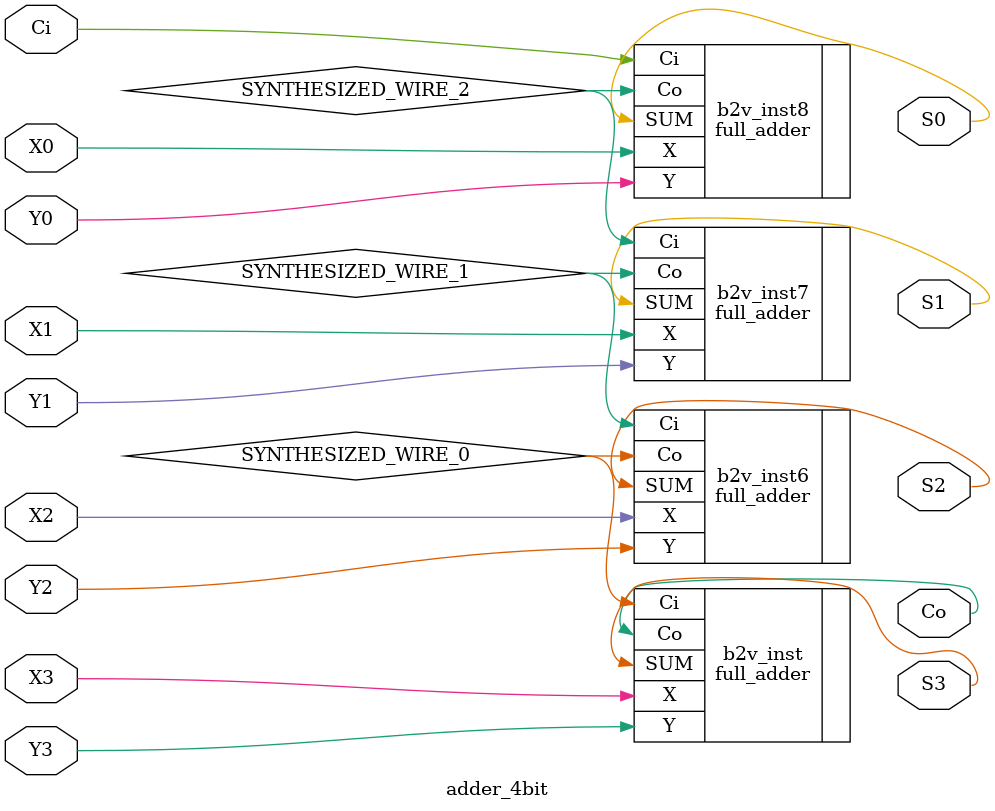
<source format=v>


module adder_4bit(
	X3,
	Y3,
	X2,
	Y2,
	X1,
	Y1,
	X0,
	Y0,
	Ci,
	S3,
	Co,
	S2,
	S1,
	S0
);


input wire	X3;
input wire	Y3;
input wire	X2;
input wire	Y2;
input wire	X1;
input wire	Y1;
input wire	X0;
input wire	Y0;
input wire	Ci;
output wire	S3;
output wire	Co;
output wire	S2;
output wire	S1;
output wire	S0;

wire	SYNTHESIZED_WIRE_0;
wire	SYNTHESIZED_WIRE_1;
wire	SYNTHESIZED_WIRE_2;





full_adder	b2v_inst(
	.X(X3),
	.Y(Y3),
	.Ci(SYNTHESIZED_WIRE_0),
	.SUM(S3),
	.Co(Co));


full_adder	b2v_inst6(
	.X(X2),
	.Y(Y2),
	.Ci(SYNTHESIZED_WIRE_1),
	.SUM(S2),
	.Co(SYNTHESIZED_WIRE_0));


full_adder	b2v_inst7(
	.X(X1),
	.Y(Y1),
	.Ci(SYNTHESIZED_WIRE_2),
	.SUM(S1),
	.Co(SYNTHESIZED_WIRE_1));


full_adder	b2v_inst8(
	.X(X0),
	.Y(Y0),
	.Ci(Ci),
	.SUM(S0),
	.Co(SYNTHESIZED_WIRE_2));


endmodule

</source>
